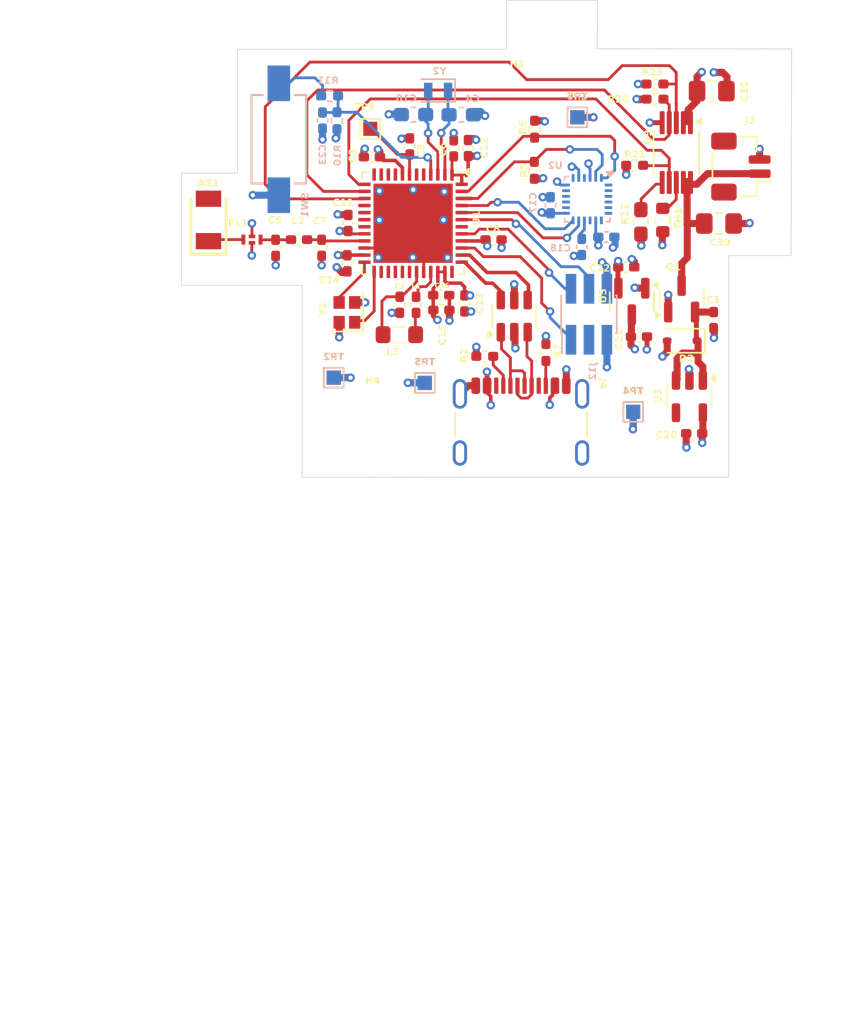
<source format=kicad_pcb>
(kicad_pcb (version 20241229) (generator "pcbnew") (generator_version "9.0")
  (layers (0 "F.Cu" signal) (4 "In1.Cu" jumper) (6 "In2.Cu" jumper) (8 "In3.Cu" signal) (10 "In4.Cu" signal) (2 "B.Cu" signal) (13 "F.Paste" user) (15 "B.Paste" user) (5 "F.SilkS" user "F.Silkscreen") (7 "B.SilkS" user "B.Silkscreen") (1 "F.Mask" user) (3 "B.Mask" user) (25 "Edge.Cuts" user))
  (net 0 "")
  (net 3 "Net-(U1-PH3)")
  (net 4 "Net-(U2-REGOUT)")
  (net 6 "+1.8V")
  (net 20 "Net-(AE1-A)")
  (net 21 "GND")
  (net 22 "Net-(L1-Pad1)")
  (net 23 "+3.3V")
  (net 24 "Net-(U1-PC14)")
  (net 25 "Net-(FL1-IN)")
  (net 26 "Net-(U1-RF1)")
  (net 27 "SWD_NRST")
  (net 28 "Net-(U1-PC15)")
  (net 29 "Net-(U1-VLXSMPS)")
  (net 30 "Net-(U1-VFBSMPS)")
  (net 32 "SCL")
  (net 33 "SDA")
  (net 34 "PA12")
  (net 35 "PA15")
  (net 36 "PA8")
  (net 37 "PA11")
  (net 38 "PB0")
  (net 39 "ADC_IN_7")
  (net 40 "ADC_IN_8")
  (net 41 "ADC_IN_6")
  (net 42 "PB1")
  (net 43 "Net-(U1-OSC_OUT)")
  (net 44 "JTMS-SWDIO")
  (net 45 "SWD_SWO")
  (net 46 "ADC_IN_9")
  (net 47 "JTCK-SWCLK")
  (net 48 "Temper")
  (net 49 "PA10")
  (net 50 "Net-(U1-OSC_IN)")
  (net 51 "PB2")
  (net 52 "ADC1_IN11")
  (net 53 "PB9")
  (net 54 "ADC1_IN10")
  (net 55 "PA9")
  (net 56 "PB8")
  (net 58 "VBUS")
  (net 59 "Net-(J4-D+-PadA6)")
  (net 60 "Net-(J4-CC1)")
  (net 63 "Net-(J4-D--PadA7)")
  (net 64 "Net-(J4-CC2)")
  (net 65 "Net-(J3-Pin_1)")
  (net 66 "Vsup")
  (net 67 "Net-(U9-PROG)")
  (net 68 "Net-(U9-THERM)")
  (net 73 "Net-(R11-Pad1)")
  (footprint "Capacitor_SMD:C_0402_1005Metric_Pad0.74x0.62mm_HandSolder" (layer "F.Cu") (at 147.5675 86.11831)
    (property "Reference" "C8")
    (property "Value" "0.1uF" (hide yes))
  )
  (footprint "Resistor_SMD:R_0402_1005Metric_Pad0.72x0.64mm_HandSolder" (layer "F.Cu") (at 150.47 78.32 -90)
    (property "Reference" "R6")
    (property "Value" "4.7k")
  )
  (footprint "Package_TO_SOT_SMD:SOT-23" (layer "F.Cu") (at 160.8615 90.2935 90)
    (property "Reference" "Q1")
    (property "Value" "IRLML5203")
  )
  (footprint "Capacitor_SMD:C_0402_1005Metric_Pad0.74x0.62mm_HandSolder" (layer "F.Cu") (at 138.9675 80.29 180)
    (property "Reference" "C3")
    (property "Value" "0.1uF" (hide yes))
  )
  (footprint "Resistor_SMD:R_0402_1005Metric_Pad0.72x0.64mm_HandSolder" (layer "F.Cu") (at 146.9475 94.36 180)
    (property "Reference" "R2")
    (property "Value" "5.1K")
  )
  (footprint "Capacitor_SMD:C_0402_1005Metric_Pad0.74x0.62mm_HandSolder" (layer "F.Cu") (at 142.09 90.7225 90)
    (property "Reference" "L1")
    (property "Value" "10nH" (hide yes))
  )
  (footprint "Capacitor_SMD:C_0402_1005Metric_Pad0.74x0.62mm_HandSolder" (layer "F.Cu") (at 161.7515 99.805 180)
    (property "Reference" "C20")
    (property "Value" "1uF")
  )
  (footprint "Capacitor_SMD:C_0402_1005Metric_Pad0.74x0.62mm_HandSolder" (layer "F.Cu") (at 135.4175 86.694986 90)
    (property "Reference" "C7")
    (property "Value" "0.3pF" (hide yes))
  )
  (footprint "Capacitor_SMD:C_0805_2012Metric_Pad1.18x1.45mm_HandSolder" (layer "F.Cu") (at 162.99 75.63)
    (property "Reference" "C30")
    (property "Value" "4.7uF" (hide yes))
  )
  (footprint "Diode_SMD:D_SOD-323" (layer "F.Cu") (at 160.89 93.26 180)
    (property "Reference" "D2")
    (property "Value" "D")
  )
  (footprint "Capacitor_SMD:C_0402_1005Metric_Pad0.74x0.62mm_HandSolder" (layer "F.Cu") (at 157.8475 92.97)
    (property "Reference" "C21")
    (property "Value" "1uF")
  )
  (footprint "Resistor_SMD:R_0603_1608Metric" (layer "F.Cu") (at 159.53 84.735 -90)
    (property "Reference" "TH1")
    (property "Value" "Thermistor")
  )
  (footprint "Package_TO_SOT_SMD:SOT-23-6" (layer "F.Cu") (at 149.03 91.52 90)
    (property "Reference" "U4" (hide yes))
    (property "Value" "USBLC6-2SC6" (hide yes))
  )
  (footprint "ALL_FOOTRPINTS:DLF-4_1P6X0P8" (layer "F.Cu") (at 130.49375 86.1161 180)
    (property "Reference" "FL1")
    (property "Value" "DLF162500LT-5028A1" (hide yes))
  )
  (footprint "Capacitor_SMD:C_0402_1005Metric_Pad0.74x0.62mm_HandSolder" (layer "F.Cu") (at 145.5196 90.6286 -90)
    (property "Reference" "C13")
    (property "Value" "0.1uF" (hide yes))
  )
  (footprint "TestPoint:TestPoint_Pad_1.0x1.0mm" (layer "F.Cu") (at 157.44 98.28)
    (property "Reference" "TP8")
    (property "Value" "TestPoint")
  )
  (footprint "Capacitor_SMD:C_0402_1005Metric_Pad0.74x0.62mm_HandSolder" (layer "F.Cu") (at 132.16375 86.6975 90)
    (property "Reference" "C5")
    (property "Value" "0.8pF" (hide yes))
  )
  (footprint "TestPoint:TestPoint_Pad_1.0x1.0mm" (layer "F.Cu") (at 136.27 95.86)
    (property "Reference" "TP7")
    (property "Value" "TestPoint")
  )
  (footprint "ALL_FOOTRPINTS:ANTC3216X140N" (layer "F.Cu") (at 127.42 84.73 90)
    (property "Reference" "AE1")
    (property "Value" "Antenna")
  )
  (footprint "Package_TO_SOT_SMD:SOT-23" (layer "F.Cu") (at 157.341 90.48625 -90)
    (property "Reference" "U5")
    (property "Value" "MCP1700x-180xxTT")
  )
  (footprint "Capacitor_SMD:C_0402_1005Metric_Pad0.74x0.62mm_HandSolder" (layer "F.Cu") (at 133.82125 86.12)
    (property "Reference" "L2")
    (property "Value" "2.7nH" (hide yes))
  )
  (footprint "Capacitor_SMD:C_0805_2012Metric_Pad1.18x1.45mm_HandSolder" (layer "F.Cu") (at 163.49875 84.98)
    (property "Reference" "C39")
    (property "Value" "4.7uF")
  )
  (footprint "Capacitor_SMD:C_0402_1005Metric_Pad0.74x0.62mm_HandSolder" (layer "F.Cu") (at 141.6496 79.5336 90)
    (property "Reference" "C9")
    (property "Value" "0.1uF" (hide yes))
  )
  (footprint "Capacitor_SMD:C_0402_1005Metric_Pad0.74x0.62mm_HandSolder" (layer "F.Cu") (at 140.94 90.72 90)
    (property "Reference" "C2")
    (property "Value" "4.7uF" (hide yes))
  )
  (footprint "Resistor_SMD:R_0402_1005Metric_Pad0.72x0.64mm_HandSolder" (layer "F.Cu") (at 158.9775 76.195)
    (property "Reference" "R20")
    (property "Value" "4,7k")
  )
  (footprint "Capacitor_SMD:C_0402_1005Metric_Pad0.74x0.62mm_HandSolder" (layer "F.Cu") (at 137.2271 87.7911 -90)
    (property "Reference" "C14")
    (property "Value" "0.1uF" (hide yes))
  )
  (footprint "Capacitor_SMD:C_0402_1005Metric_Pad0.74x0.62mm_HandSolder" (layer "F.Cu") (at 137.29355 84.9425 90)
    (property "Reference" "C11")
    (property "Value" "0.1uF" (hide yes))
  )
  (footprint "MountingHole:MountingHole_2.2mm_M2" (layer "F.Cu") (at 139.02 99.31)
    (property "Reference" "H4")
    (property "Value" "MountingHole")
  )
  (footprint "Package_DFN_QFN:QFN-48-1EP_7x7mm_P0.5mm_EP5.6x5.6mm" (layer "F.Cu") (at 141.8796 84.9611 -90)
    (property "Reference" "U1")
    (property "Value" "STM32WB55CCU6" (hide yes))
  )
  (footprint "MountingHole:MountingHole_2.2mm_M2" (layer "F.Cu") (at 152 71.95)
    (property "Reference" "H1")
    (property "Value" "MountingHole")
  )
  (footprint "Capacitor_SMD:C_0402_1005Metric_Pad0.74x0.62mm_HandSolder" (layer "F.Cu") (at 145.77 79.6525 90)
    (property "Reference" "C12")
    (property "Value" "0.1uF")
  )
  (footprint "Inductor_SMD:L_0805_2012Metric_Pad1.05x1.20mm_HandSolder" (layer "F.Cu") (at 140.91 92.83)
    (property "Reference" "L3")
    (property "Value" "10uH" (hide yes))
  )
  (footprint "Connector_USB:USB_C_Receptacle_GCT_USB4105-xx-A_16P_TopMnt_Horizontal" (layer "F.Cu") (at 149.51 100.115)
    (property "Reference" "J4")
    (property "Value" "USB_C_Receptacle_USB2.0_16P")
  )
  (footprint "Capacitor_SMD:C_0603_1608Metric_Pad1.08x0.95mm_HandSolder" (layer "F.Cu") (at 157.98 84.8675 -90)
    (property "Reference" "R22")
    (property "Value" "4,7k")
  )
  (footprint "TestPoint:TestPoint_Pad_1.0x1.0mm" (layer "F.Cu") (at 142.71 96.24)
    (property "Reference" "TP1")
    (property "Value" "TestPoint")
  )
  (footprint "Crystal:Crystal_SMD_2016-4Pin_2.0x1.6mm" (layer "F.Cu") (at 137.2025 91.25625 90)
    (property "Reference" "Y1")
    (property "Value" "32Mhz" (hide yes))
  )
  (footprint "Capacitor_SMD:C_0402_1005Metric_Pad0.74x0.62mm_HandSolder" (layer "F.Cu") (at 163.1225 91.8025 -90)
    (property "Reference" "C1")
    (property "Value" "1uF")
  )
  (footprint "Resistor_SMD:R_0402_1005Metric_Pad0.72x0.64mm_HandSolder" (layer "F.Cu") (at 157.54 80.87)
    (property "Reference" "R21")
    (property "Value" "R")
  )
  (footprint "Connector_JST:JST_SH_BM02B-SRSS-TB_1x02-1MP_P1.00mm_Vertical" (layer "F.Cu") (at 165.05 80.96 90)
    (property "Reference" "J3")
    (property "Value" "Conn_01x02_Pin")
  )
  (footprint "Capacitor_SMD:C_0402_1005Metric_Pad0.74x0.62mm_HandSolder" (layer "F.Cu") (at 143.8696 90.0411)
    (property "Reference" "C16")
    (property "Value" "0.1uF")
  )
  (footprint "Capacitor_SMD:C_0402_1005Metric_Pad0.74x0.62mm_HandSolder" (layer "F.Cu") (at 144.7521 79.6736 90)
    (property "Reference" "C6")
    (property "Value" "0.1uF" (hide yes))
  )
  (footprint "Capacitor_SMD:C_0402_1005Metric_Pad0.74x0.62mm_HandSolder" (layer "F.Cu") (at 156.946 88.0575)
    (property "Reference" "C22")
    (property "Value" "1uF" (hide yes))
  )
  (footprint "Resistor_SMD:R_0402_1005Metric_Pad0.72x0.64mm_HandSolder" (layer "F.Cu") (at 158.975 75.13)
    (property "Reference" "R23")
    (property "Value" "4,7k")
  )
  (footprint "TestPoint:TestPoint_Pad_1.0x1.0mm" (layer "F.Cu") (at 138.86 78.29)
    (property "Reference" "TP9")
    (property "Value" "TestPoint")
  )
  (footprint "Resistor_SMD:R_0402_1005Metric_Pad0.72x0.64mm_HandSolder" (layer "F.Cu") (at 150.45 81.2225 90)
    (property "Reference" "R5")
    (property "Value" "4.7k" (hide yes))
  )
  (footprint "Package_TO_SOT_SMD:SOT-23-5" (layer "F.Cu") (at 161.4125 97.2025 -90)
    (property "Reference" "U3")
    (property "Value" "MCP1802T-3302I/OT" (hide yes))
  )
  (footprint "Resistor_SMD:R_0402_1005Metric_Pad0.72x0.64mm_HandSolder" (layer "F.Cu") (at 151.27 94.09 90)
    (property "Reference" "R7")
    (property "Value" "5.1k")
  )
  (footprint "TestPoint:TestPoint_Pad_1.0x1.0mm" (layer "F.Cu") (at 153.49 77.48)
    (property "Reference" "TP3")
    (property "Value" "TestPoint")
  )
  (footprint "Package_SO:MSOP-10_3x3mm_P0.5mm" (layer "F.Cu") (at 160.485 79.97125 -90)
    (property "Reference" "U9")
    (property "Value" "MCP73833-xxx-UN")
  )
  (footprint "Capacitor_SMD:C_0402_1005Metric_Pad0.74x0.62mm_HandSolder" (layer "F.Cu") (at 143.8796 91.0911)
    (property "Reference" "C15")
    (property "Value" "4.7uF")
  )
  (footprint "Capacitor_SMD:C_0402_1005Metric_Pad0.74x0.62mm_HandSolder" (layer "B.Cu") (at 155.54 85.93)
    (property "Reference" "C19" (hide yes))
    (property "Value" "0.1uF")
  )
  (footprint "TestPoint:TestPoint_Pad_1.0x1.0mm" (layer "B.Cu") (at 136.27 95.87 180)
    (property "Reference" "TP2")
    (property "Value" "TestPoint")
  )
  (footprint "Resistor_SMD:R_0402_1005Metric_Pad0.72x0.64mm_HandSolder" (layer "B.Cu") (at 136.5 77.72 90)
    (property "Reference" "R10")
    (property "Value" "5.1k")
  )
  (footprint "Connector_PinSocket_1.27mm:PinSocket_2x03_P1.27mm_Vertical_SMD" (layer "B.Cu") (at 154.31 91.39 -90)
    (property "Reference" "J12")
    (property "Value" "Conn_01x06_Pin")
  )
  (footprint "ALL_FOOTRPINTS:RS-282G05A3-SM RT_CNK-M" (layer "B.Cu") (at 132.39 79.03 -90)
    (property "Reference" "SW1")
    (property "Value" "RS-282G05A3-SM RT")
  )
  (footprint "Crystal:Crystal_SMD_2012-2Pin_2.0x1.2mm" (layer "B.Cu") (at 143.65 75.5875 180)
    (property "Reference" "Y2")
    (property "Value" "32kHz768" (hide yes))
  )
  (footprint "Capacitor_SMD:C_0402_1005Metric_Pad0.74x0.62mm_HandSolder" (layer "B.Cu") (at 151.59625 83.6875 -90)
    (property "Reference" "C17")
    (property "Value" "0.1uF")
  )
  (footprint "Capacitor_SMD:C_0603_1608Metric_Pad1.08x0.95mm_HandSolder" (layer "B.Cu") (at 141.91 77.2875)
    (property "Reference" "C10")
    (property "Value" "0.8pF" (hide yes))
  )
  (footprint "TestPoint:TestPoint_Pad_1.0x1.0mm" (layer "B.Cu") (at 153.49 77.48 180)
    (property "Reference" "TP6")
    (property "Value" "TestPoint")
  )
  (footprint "Capacitor_SMD:C_0402_1005Metric_Pad0.74x0.62mm_HandSolder" (layer "B.Cu") (at 135.48 77.71 -90)
    (property "Reference" "C23")
    (property "Value" "0.1uF")
  )
  (footprint "Capacitor_SMD:C_0603_1608Metric_Pad1.08x0.95mm_HandSolder" (layer "B.Cu") (at 145.285 77.3 180)
    (property "Reference" "C4")
    (property "Value" "0.3pF" (hide yes))
  )
  (footprint "TestPoint:TestPoint_Pad_1.0x1.0mm" (layer "B.Cu") (at 142.71 96.23 180)
    (property "Reference" "TP5")
    (property "Value" "TestPoint")
  )
  (footprint "Sensor_Motion:InvenSense_QFN-24_3x3mm_P0.4mm" (layer "B.Cu") (at 154.19 83.26 180)
    (property "Reference" "U2")
    (property "Value" "ICM-20948" (hide yes))
  )
  (footprint "TestPoint:TestPoint_Pad_1.0x1.0mm" (layer "B.Cu") (at 157.44 98.28 180)
    (property "Reference" "TP4")
    (property "Value" "TestPoint")
  )
  (footprint "Resistor_SMD:R_0402_1005Metric_Pad0.72x0.64mm_HandSolder" (layer "B.Cu") (at 135.98 75.9675)
    (property "Reference" "R11")
    (property "Value" "200")
  )
  (footprint "Capacitor_SMD:C_0402_1005Metric_Pad0.74x0.62mm_HandSolder" (layer "B.Cu") (at 153.8 86.6375 -90)
    (property "Reference" "C18")
    (property "Value" "0.1uF")
  )
  (gr_line (start 164.19 102.89) (end 164.19 87.25) (stroke (width 0.05)) (layer "Edge.Cuts"))
  (gr_line (start 148.48 69.22) (end 154.91 69.22) (stroke (width 0.05)) (layer "Edge.Cuts"))
  (gr_line (start 125.51 89.35) (end 125.51 81.42) (stroke (width 0.05)) (layer "Edge.Cuts"))
  (gr_line (start 168.64 72.65) (end 154.9 72.64) (stroke (width 0.05)) (layer "Edge.Cuts"))
  (gr_line (start 168.59 87.25) (end 168.64 72.65) (stroke (width 0.05)) (layer "Edge.Cuts"))
  (gr_line (start 134.03 72.68) (end 129.47 72.68) (stroke (width 0.05)) (layer "Edge.Cuts"))
  (gr_line (start 125.51 81.42) (end 129.47 81.42) (stroke (width 0.05)) (layer "Edge.Cuts"))
  (gr_line (start 154.91 69.22) (end 154.9 72.64) (stroke (width 0.05)) (layer "Edge.Cuts"))
  (gr_line (start 134.04 89.35) (end 125.51 89.35) (stroke (width 0.05)) (layer "Edge.Cuts"))
  (gr_line (start 144.16 102.9) (end 155.31 102.89) (stroke (width 0.05)) (layer "Edge.Cuts"))
  (gr_line (start 164.07 102.89) (end 164.19 102.89) (stroke (width 0.05)) (layer "Edge.Cuts"))
  (gr_line (start 164.19 87.25) (end 168.59 87.25) (stroke (width 0.05)) (layer "Edge.Cuts"))
  (gr_line (start 134.04 89.35) (end 134.04 102.909319) (stroke (width 0.05)) (layer "Edge.Cuts"))
  (gr_line (start 155.31 102.89) (end 164.07 102.89) (stroke (width 0.05)) (layer "Edge.Cuts"))
  (gr_line (start 134.03 72.68) (end 148.48 72.68) (stroke (width 0.05)) (layer "Edge.Cuts"))
  (gr_line (start 134.04 102.909319) (end 144.16 102.9) (stroke (width 0.05)) (layer "Edge.Cuts"))
  (gr_line (start 129.47 72.68) (end 129.47 81.42) (stroke (width 0.05)) (layer "Edge.Cuts"))
  (gr_line (start 148.48 72.68) (end 148.48 69.22) (stroke (width 0.05)) (layer "Edge.Cuts"))
  (segment (start 142.91 80.31) (end 143.1296 80.5296) (width 0.2) (layer "F.Cu") (net 3))
  (segment (start 143.1296 80.5296) (end 143.1296 81.5236) (width 0.2) (layer "F.Cu") (net 3))
  (via (at 142.91 80.31) (size 0.6) (drill 0.3) (layers "F.Cu" "B.Cu") (net 3))
  (segment (start 141.09 80.31) (end 142.91 80.31) (width 0.2) (layer "B.Cu") (net 3))
  (segment (start 136.5775 75.9675) (end 136.5775 77.045) (width 0.2) (layer "B.Cu") (net 3))
  (segment (start 135.48 77.1425) (end 136.48 77.1425) (width 0.2) (layer "B.Cu") (net 3))
  (segment (start 136.48 77.1425) (end 136.5 77.1225) (width 0.2) (layer "B.Cu") (net 3))
  (segment (start 142.91 80.31) (end 142.95 80.35) (width 0.2) (layer "B.Cu") (net 3))
  (segment (start 137.9025 77.1225) (end 141.09 80.31) (width 0.2) (layer "B.Cu") (net 3))
  (segment (start 136.5775 77.045) (end 136.5 77.1225) (width 0.2) (layer "B.Cu") (net 3))
  (segment (start 136.5 77.1225) (end 137.9025 77.1225) (width 0.2) (layer "B.Cu") (net 3))
  (segment (start 153.710001 85.689999) (end 153.710001 85.912501) (width 0.2) (layer "B.Cu") (net 4))
  (segment (start 153.8 86.0025) (end 153.710001 85.912501) (width 0.25) (layer "B.Cu") (net 4))
  (segment (start 153.99 85.41) (end 153.710001 85.689999) (width 0.2) (layer "B.Cu") (net 4))
  (segment (start 153.8 86.07) (end 153.8 86.0025) (width 0.25) (layer "B.Cu") (net 4))
  (segment (start 153.99 84.6825) (end 153.99 85.41) (width 0.2) (layer "B.Cu") (net 4))
  (segment (start 153.49 77.48) (end 154.63 77.48) (width 0.5) (layer "F.Cu") (net 6))
  (segment (start 156.3575 88.0785) (end 156.3785 88.0575) (width 0.35) (layer "F.Cu") (net 6))
  (segment (start 156.3785 88.0575) (end 156.3785 87.6315) (width 0.35) (layer "F.Cu") (net 6))
  (segment (start 156.3575 89.54125) (end 156.3575 88.0785) (width 0.35) (layer "F.Cu") (net 6))
  (via (at 154.9725 86.52) (size 0.6) (drill 0.3) (layers "F.Cu" "B.Cu") (net 6))
  (via (at 154.28 80.75) (size 0.6) (drill 0.3) (layers "F.Cu" "B.Cu") (net 6))
  (via (at 156.3785 87.6315) (size 0.6) (drill 0.3) (layers "F.Cu" "B.Cu") (net 6))
  (via (at 154.63 77.48) (size 0.6) (drill 0.3) (layers "F.Cu" "B.Cu") (net 6))
  (segment (start 154.9725 86.52) (end 154.9725 85.93) (width 0.5) (layer "B.Cu") (net 6))
  (segment (start 154.39 81.76) (end 154.39 81.11) (width 0.2) (layer "B.Cu") (net 6))
  (segment (start 154.39 81.11) (end 154.28 81) (width 0.2) (layer "B.Cu") (net 6))
  (segment (start 154.79 84.76) (end 154.79 85.7475) (width 0.2) (layer "B.Cu") (net 6))
  (segment (start 153.49 77.48) (end 154.63 77.48) (width 0.5) (layer "B.Cu") (net 6))
  (segment (start 154.79 85.7475) (end 154.9725 85.93) (width 0.2) (layer "B.Cu") (net 6))
  (segment (start 154.28 81) (end 154.28 80.75) (width 0.2) (layer "B.Cu") (net 6))
  (segment (start 127.4039 86.2139) (end 127.42 86.23) (width 0.2) (layer "F.Cu") (net 20))
  (segment (start 129.88415 86.1161) (end 127.3861 86.1161) (width 0.2) (layer "F.Cu") (net 20))
  (segment (start 140.94 91.2875) (end 140.3725 91.2875) (width 0.5) (layer "F.Cu") (net 21))
  (segment (start 145.5196 91.1961) (end 145.98 91.1961) (width 0.5) (layer "F.Cu") (net 21))
  (segment (start 144.4471 90.0511) (end 144.4371 90.0411) (width 0.2) (layer "F.Cu") (net 21))
  (segment (start 152.715 95.285) (end 152.71 95.29) (width 0.2) (layer "F.Cu") (net 21))
  (segment (start 157.34 87.5) (end 157.339998 87.499999) (width 0.2) (layer "F.Cu") (net 21))
  (segment (start 158 85.765) (end 158 86.53) (width 0.5) (layer "F.Cu") (net 21))
  (segment (start 164.0675 74.6175) (end 163.755746 74.305746) (width 0.5) (layer "F.Cu") (net 21))
  (segment (start 166.375 79.725) (end 166.37 79.72) (width 0.2) (layer "F.Cu") (net 21))
  (segment (start 135.42 87.93) (end 135.41 87.92) (width 0.25) (layer "F.Cu") (net 21))
  (segment (start 164.0275 75.63) (end 164.0675 75.59) (width 0.2) (layer "F.Cu") (net 21))
  (segment (start 164.0675 75.59) (end 164.0675 74.6175) (width 0.5) (layer "F.Cu") (net 21))
  (segment (start 137.7525 90.55625) (end 138.55375 90.55625) (width 0.5) (layer "F.Cu") (net 21))
  (segment (start 130.49375 84.97) (end 130.49125 84.9675) (width 0.2) (layer "F.Cu") (net 21))
  (segment (start 151.25 92.95) (end 151.27 92.93) (width 0.5) (layer "F.Cu") (net 21))
  (segment (start 165.63 84.98) (end 165.66 84.95) (width 0.5) (layer "F.Cu") (net 21))
  (segment (start 138.4 80.29) (end 138.4 79.76875) (width 0.5) (layer "F.Cu") (net 21))
  (segment (start 166.375 80.46) (end 166.375 79.725) (width 0.5) (layer "F.Cu") (net 21))
  (segment (start 136.66 91.96375) (end 136.6525 91.95625) (width 0.5) (layer "F.Cu") (net 21))
  (segment (start 163.1725 93.0275) (end 163.1725 92.37) (width 0.5) (layer "F.Cu") (net 21))
  (segment (start 144.7521 78.5921) (end 144.7521 79.1061) (width 0.5) (layer "F.Cu") (net 21))
  (segment (start 137.31355 84.355) (end 136.56855 84.355) (width 0.5) (layer "F.Cu") (net 21))
  (segment (start 158 86.53) (end 158.01 86.54) (width 0.5) (layer "F.Cu") (net 21))
  (segment (start 158.415 93.865) (end 158.4 93.88) (width 0.35) (layer "F.Cu") (net 21))
  (segment (start 161.184 99.805) (end 161.184 100.784) (width 0.5) (layer "F.Cu") (net 21))
  (segment (start 158.10125 89.54) (end 157.51 89.54) (width 0.5) (layer "F.Cu") (net 21))
  (segment (start 161.3825 95.262999) (end 161.3825 96.035) (width 0.5) (layer "F.Cu") (net 21))
  (segment (start 159.4975 86.51) (end 159.4975 85.5925) (width 0.5) (layer "F.Cu") (net 21))
  (segment (start 159.4975 85.5925) (end 159.53 85.56) (width 0.2) (layer "F.Cu") (net 21))
  (segment (start 136.27 95.86) (end 137.45 95.86) (width 0.5) (layer "F.Cu") (net 21))
  (segment (start 151.25 93.4925) (end 151.25 92.95) (width 0.5) (layer "F.Cu") (net 21))
  (segment (start 157.5135 88.0575) (end 157.5135 87.673501) (width 0.5) (layer "F.Cu") (net 21))
  (segment (start 161.184 100.784) (end 161.2 100.8) (width 0.2) (layer "F.Cu") (net 21))
  (segment (start 130.48125 87.2375) (end 130.48125 86.3572) (width 0.2) (layer "F.Cu") (net 21))
  (segment (start 138.55375 90.55625) (end 138.553749 90.556251) (width 0.25) (layer "F.Cu") (net 21))
  (segment (start 146.31 96.435) (end 145.765 96.435) (width 0.5) (layer "F.Cu") (net 21))
  (segment (start 145.77 79.029) (end 145.81 78.989) (width 0.5) (layer "F.Cu") (net 21))
  (segment (start 141.6496 78.9661) (end 141.126098 78.9661) (width 0.5) (layer "F.Cu") (net 21))
  (segment (start 161.3925 96.075) (end 161.4025 96.085) (width 0.2) (layer "F.Cu") (net 21))
  (segment (start 139.5571 86.7111) (end 138.4421 86.7111) (width 0.2) (layer "F.Cu") (net 21))
  (segment (start 148.135 86.69331) (end 148.135 86.11831) (width 0.5) (layer "F.Cu") (net 21))
  (segment (start 138.553749 90.556251) (end 138.4796 90.556251) (width 0.25) (layer "F.Cu") (net 21))
  (segment (start 130.49375 85.8875) (end 130.49375 84.97) (width 0.2) (layer "F.Cu") (net 21))
  (segment (start 136.85 88.44) (end 136.48 88.07) (width 0.5) (layer "F.Cu") (net 21))
  (segment (start 141.9871 86.7011) (end 142.6296 87.3436) (width 0.2) (layer "F.Cu") (net 21))
  (segment (start 137.1457 88.44) (end 137.2271 88.3586) (width 0.25) (layer "F.Cu") (net 21))
  (segment (start 130.48125 86.3572) (end 130.49375 86.3447) (width 0.2) (layer "F.Cu") (net 21))
  (segment (start 144.4471 91.8411) (end 144.4471 91.0911) (width 0.5) (layer "F.Cu") (net 21))
  (segment (start 138.4 79.76875) (end 138.465 79.70375) (width 0.5) (layer "F.Cu") (net 21))
  (segment (start 149.08 93.76) (end 149.08 92.46) (width 0.5) (layer "F.Cu") (net 21))
  (segment (start 157.5135 87.673501) (end 157.339998 87.499999) (width 0.5) (layer "F.Cu") (net 21))
  (segment (start 159.485 77.85875) (end 158.61 77.85875) (width 0.35) (layer "F.Cu") (net 21))
  (segment (start 164.53625 84.98) (end 165.63 84.98) (width 0.5) (layer "F.Cu") (net 21))
  (segment (start 163.14 93.06) (end 163.1725 93.0275) (width 0.5) (layer "F.Cu") (net 21))
  (segment (start 144.4471 91.0911) (end 144.4471 90.0511) (width 0.25) (layer "F.Cu") (net 21))
  (segment (start 141.109998 78.950002) (end 141.06462 78.99538) (width 0.25) (layer "F.Cu") (net 21))
  (segment (start 145.81 78.989) (end 146.249 78.989) (width 0.5) (layer "F.Cu") (net 21))
  (segment (start 137.1457 88.44) (end 136.85 88.44) (width 0.5) (layer "F.Cu") (net 21))
  (segment (start 146.35 94.36) (end 146.35 93.6975) (width 0.5) (layer "F.Cu") (net 21))
  (segment (start 163.755746 74.305746) (end 163.129613 74.305746) (width 0.5) (layer "F.Cu") (net 21))
  (segment (start 132.17 87.93) (end 132.16375 87.92375) (width 0.2) (layer "F.Cu") (net 21))
  (segment (start 139.5571 85.0111) (end 139.5571 86.7111) (width 0.2) (layer "F.Cu") (net 21))
  (segment (start 142.6296 87.3436) (end 142.6296 88.3986) (width 0.2) (layer "F.Cu") (net 21))
  (segment (start 135.41 87.92) (end 135.41 87.278736) (width 0.25) (layer "F.Cu") (net 21))
  (segment (start 137.31355 84.355) (end 137.29355 84.375) (width 0.2) (layer "F.Cu") (net 21))
  (segment (start 141.126098 78.9661) (end 141.109998 78.95) (width 0.5) (layer "F.Cu") (net 21))
  (segment (start 141.109998 78.95) (end 141.109998 78.950002) (width 0.25) (layer "F.Cu") (net 21))
  (segment (start 137.45 95.86) (end 137.46 95.87) (width 0.2) (layer "F.Cu") (net 21))
  (segment (start 149.11 93.79) (end 149.08 93.76) (width 0.5) (layer "F.Cu") (net 21))
  (segment (start 145.765 96.435) (end 145.19 97.01) (width 0.5) (layer "F.Cu") (net 21))
  (segment (start 161.3925 96.075) (end 161.3725 96.055) (width 0.5) (layer "F.Cu") (net 21))
  (segment (start 146.249 78.989) (end 146.33 79.07) (width 0.5) (layer "F.Cu") (net 21))
  (segment (start 132.16375 87.92375) (end 132.16375 87.265) (width 0.2) (layer "F.Cu") (net 21))
  (segment (start 136.66 93.01625) (end 136.66 91.96375) (width 0.5) (layer "F.Cu") (net 21))
  (segment (start 152.71 96.435) (end 152.71 95.29) (width 0.5) (layer "F.Cu") (net 21))
  (segment (start 158.18 89.61875) (end 158.10125 89.54) (width 0.5) (layer "F.Cu") (net 21))
  (segment (start 158.415 92.97) (end 158.415 93.865) (width 0.35) (layer "F.Cu") (net 21))
  (segment (start 144.75 78.59) (end 144.7521 78.5921) (width 0.5) (layer "F.Cu") (net 21))
  (via (at 136.48 88.07) (size 0.6) (drill 0.3) (layers "F.Cu" "B.Cu") (net 21))
  (via (at 144.03 84.73) (size 0.6) (drill 0.3) (layers "F.Cu" "B.Cu") (net 21))
  (via (at 136.417667 78.9575) (size 0.6) (drill 0.3) (layers "F.Cu" "B.Cu") (net 21))
  (via (at 145.98 91.1961) (size 0.6) (drill 0.3) (layers "F.Cu" "B.Cu") (net 21))
  (via (at 139.42 87.38) (size 0.6) (drill 0.3) (layers "F.Cu" "B.Cu") (net 21))
  (via (at 132.17 87.93) (size 0.6) (drill 0.3) (layers "F.Cu" "B.Cu") (net 21))
  (via (at 135.42 87.93) (size 0.6) (drill 0.3) (layers "F.Cu" "B.Cu") (net 21))
  (via (at 161.2 100.8) (size 0.6) (drill 0.3) (layers "F.Cu" "B.Cu") (net 21))
  (via (at 166.37 79.72) (size 0.6) (drill 0.3) (layers "F.Cu" "B.Cu") (net 21))
  (via (at 135.48 79.0475) (size 0.6) (drill 0.3) (layers "F.Cu" "B.Cu") (net 21))
  (via (at 157.5435 89.5165) (size 0.6) (drill 0.3) (layers "F.Cu" "B.Cu") (net 21))
  (via (at 144.75 78.59) (size 0.6) (drill 0.3) (layers "F.Cu" "B.Cu") (net 21))
  (via (at 155.58 95.12) (size 0.6) (drill 0.3) (layers "F.Cu" "B.Cu") (net 21))
  (via (at 151.27 92.93) (size 0.6) (drill 0.3) (layers "F.Cu" "B.Cu") (net 21))
  (via (at 140.16 77.2675) (size 0.6) (drill 0.3) (layers "F.Cu" "B.Cu") (net 21))
  (via (at 156.01 86.68) (size 0.6) (drill 0.3) (layers "F.Cu" "B.Cu") (net 21))
  (via (at 130.49125 84.9675) (size 0.6) (drill 0.3) (layers "F.Cu" "B.Cu") (net 21))
  (via (at 152.06 82.02) (size 0.6) (drill 0.3) (layers "F.Cu" "B.Cu") (net 21))
  (via (at 136.54605 84.3325) (size 0.6) (drill 0.3) (layers "F.Cu" "B.Cu") (net 21))
  (via (at 153.24 87.27) (size 0.6) (drill 0.3) (layers "F.Cu" "B.Cu") (net 21))
  (via (at 159.4975 86.51) (size 0.6) (drill 0.3) (layers "F.Cu" "B.Cu") (net 21))
  (via (at 137.46 95.87) (size 0.6) (drill 0.3) (layers "F.Cu" "B.Cu") (net 21))
  (via (at 139.5 84.74) (size 0.6) (drill 0.3) (layers "F.Cu" "B.Cu") (net 21))
  (via (at 138.465 79.70375) (size 0.6) (drill 0.3) (layers "F.Cu" "B.Cu") (net 21))
  (via (at 136.66 93.01625) (size 0.6) (drill 0.3) (layers "F.Cu" "B.Cu") (net 21))
  (via (at 152.715 95.285) (size 0.6) (drill 0.3) (layers "F.Cu" "B.Cu") (net 21))
  (via (at 138.4796 90.556251) (size 0.6) (drill 0.3) (layers "F.Cu" "B.Cu") (net 21))
  (via (at 151.04 83.12) (size 0.6) (drill 0.3) (layers "F.Cu" "B.Cu") (net 21))
  (via (at 165.66 84.95) (size 0.6) (drill 0.3) (layers "F.Cu" "B.Cu") (net 21))
  (via (at 163.14 93.06) (size 0.6) (drill 0.3) (layers "F.Cu" "B.Cu") (net 21))
  (via (at 139.5 82.68) (size 0.6) (drill 0.3) (layers "F.Cu" "B.Cu") (net 21))
  (via (at 158.4 93.88) (size 0.6) (drill 0.3) (layers "F.Cu" "B.Cu") (net 21))
  (via (at 157.34 87.5) (size 0.6) (drill 0.3) (layers "F.Cu" "B.Cu") (net 21))
  (via (at 158.61 77.85875) (size 0.6) (drill 0.3) (layers "F.Cu" "B.Cu") (net 21))
  (via (at 141.06462 78.99538) (size 0.6) (drill 0.3) (layers "F.Cu" "B.Cu") (net 21))
  (via (at 161.3825 95.262999) (size 0.6) (drill 0.3) (layers "F.Cu" "B.Cu") (net 21))
  (via (at 158.01 86.54) (size 0.6) (drill 0.3) (layers "F.Cu" "B.Cu") (net 21))
  (via (at 148.135001 86.693309) (size 0.6) (drill 0.3) (layers "F.Cu" "B.Cu") (net 21))
  (via (at 141.87 87.37) (size 0.6) (drill 0.3) (layers "F.Cu" "B.Cu") (net 21))
  (via (at 130.48125 87.2375) (size 0.6) (drill 0.3) (layers "F.Cu" "B.Cu") (net 21))
  (via (at 144.4471 91.8411) (size 0.6) (drill 0.3) (layers "F.Cu" "B.Cu") (net 21))
  (via (at 163.129613 74.305746) (size 0.6) (drill 0.3) (layers "F.Cu" "B.Cu") (net 21))
  (via (at 149.11 93.79) (size 0.6) (drill 0.3) (layers "F.Cu" "B.Cu") (net 21))
  (via (at 140.3725 91.2875) (size 0.6) (drill 0.3) (layers "F.Cu" "B.Cu") (net 21))
  (via (at 146.33 79.07) (size 0.6) (drill 0.3) (layers "F.Cu" "B.Cu") (net 21))
  (via (at 146.961787 77.375713) (size 0.6) (drill 0.3) (layers "F.Cu" "B.Cu") (net 21))
  (via (at 146.35 93.697498) (size 0.6) (drill 0.3) (layers "F.Cu" "B.Cu") (net 21))
  (via (at 153.1 80.97) (size 0.6) (drill 0.3) (layers "F.Cu" "B.Cu") (net 21))
  (via (at 144.09 82.73) (size 0.6) (drill 0.3) (layers "F.Cu" "B.Cu") (net 21))
  (via (at 144.32 87.39) (size 0.6) (drill 0.3) (layers "F.Cu" "B.Cu") (net 21))
  (via (at 141.89 82.59) (size 0.6) (drill 0.3) (layers "F.Cu" "B.Cu") (net 21))
  (segment (start 136.5 78.9475) (end 136.49 78.9575) (width 0.2) (layer "B.Cu") (net 21))
  (segment (start 141.02 77.26) (end 140.1675 77.26) (width 0.5) (layer "B.Cu") (net 21))
  (segment (start 146.653574 77.0675) (end 146.961787 77.375713) (width 0.5) (layer "B.Cu") (net 21))
  (segment (start 135.48 79.0475) (end 135.48 79.0575) (width 0.5) (layer "B.Cu") (net 21))
  (segment (start 153.59 81.76) (end 153.59 81.2) (width 0.2) (layer "B.Cu") (net 21))
  (segment (start 153.36 80.97) (end 153.1 80.97) (width 0.2) (layer "B.Cu") (net 21))
  (segment (start 156.16 86.53) (end 156.01 86.68) (width 0.5) (layer "B.Cu") (net 21))
  (segment (start 146.2 77.0675) (end 146.653574 77.0675) (width 0.5) (layer "B.Cu") (net 21))
  (segment (start 156.16 85.8925) (end 156.16 86.53) (width 0.5) (layer "B.Cu") (net 21))
  (segment (start 155.58 93.19) (end 155.58 95.12) (width 0.5) (layer "B.Cu") (net 21))
  (segment (start 140.1675 77.26) (end 140.16 77.2675) (width 0.5) (layer "B.Cu") (net 21))
  (segment (start 136.27 95.87) (end 137.46 95.87) (width 0.5) (layer "B.Cu") (net 21))
  (segment (start 136.49 78.9575) (end 136.417667 78.9575) (width 0.2) (layer "B.Cu") (net 21))
  (segment (start 152.69 82.26) (end 152.3 82.26) (width 0.2) (layer "B.Cu") (net 21))
  (segment (start 152.3 82.26) (end 152.06 82.02) (width 0.2) (layer "B.Cu") (net 21))
  (segment (start 153.59 81.2) (end 153.36 80.97) (width 0.2) (layer "B.Cu") (net 21))
  (segment (start 156.1525 85.885) (end 156.16 85.8925) (width 0.5) (layer "B.Cu") (net 21))
  (segment (start 151.59625 83.12) (end 151.04 83.12) (width 0.5) (layer "B.Cu") (net 21))
  (segment (start 135.48 78.2775) (end 135.48 79.0475) (width 0.5) (layer "B.Cu") (net 21))
  (segment (start 136.5 78.3175) (end 136.5 78.9475) (width 0.5) (layer "B.Cu") (net 21))
  (segment (start 153.24 87.27) (end 153.6775 87.27) (width 0.5) (layer "B.Cu") (net 21))
  (segment (start 141.02 77.26) (end 141.0475 77.2875) (width 0.2) (layer "B.Cu") (net 21))
  (segment (start 142.04 91.34) (end 142.09 91.29) (width 0.2) (layer "F.Cu") (net 22))
  (segment (start 142.04 92.94) (end 142.04 91.34) (width 0.2) (layer "F.Cu") (net 22))
  (segment (start 137.2271 87.2236) (end 137.2396 87.2111) (width 0.25) (layer "F.Cu") (net 23))
  (segment (start 157.28 92.97) (end 157.28 93.58) (width 0.5) (layer "F.Cu") (net 23))
  (segment (start 138.4421 85.7111) (end 137.2396 85.7111) (width 0.2) (layer "F.Cu") (net 23))
  (segment (start 145.3171 82.2111) (end 145.3171 81.59) (width 0.25) (layer "F.Cu") (net 23))
  (segment (start 145.5196 89.4611) (end 145.2496 89.1911) (width 0.25) (layer "F.Cu") (net 23))
  (segment (start 143.3021 91.0811) (end 143.3121 91.0911) (width 0.2) (layer "F.Cu") (net 23))
  (segment (start 143.601812 91.788888) (end 143.3171 91.504177) (width 0.35) (layer "F.Cu") (net 23))
  (segment (start 139.535 79.88424) (end 139.394755 79.743995) (width 0.5) (layer "F.Cu") (net 23))
  (segment (start 144.1296 89.0511) (end 144.2696 89.1911) (width 0.25) (layer "F.Cu") (net 23))
  (segment (start 145.4771 86.210255) (end 146.908053 86.210255) (width 0.25) (layer "F.Cu") (net 23))
  (segment (start 145.77 80.22) (end 146.4 80.22) (width 0.5) (layer "F.Cu") (net 23))
  (segment (start 139.7711 80.5261) (end 139.535 80.29) (width 0.25) (layer "F.Cu") (net 23))
  (segment (start 157.341 91.42375) (end 157.31 91.45475) (width 0.5) (layer "F.Cu") (net 23))
  (segment (start 145.3071 81.56) (end 145.3271 81.58) (width 0.2) (layer "F.Cu") (net 23))
  (segment (start 145.77 81.46) (end 145.65 81.58) (width 0.25) (layer "F.Cu") (net 23))
  (segment (start 141.1296 81.5236) (end 141.1296 81.034946) (width 0.25) (layer "F.Cu") (net 23))
  (segment (start 162.319 99.805) (end 162.319 100.4665) (width 0.5) (layer "F.Cu") (net 23))
  (segment (start 157.31 91.45475) (end 157.31 92.94) (width 0.5) (layer "F.Cu") (net 23))
  (segment (start 147.12 86.54) (end 147.12 86.238312) (width 0.5) (layer "F.Cu") (net 23))
  (segment (start 147.12 86.238312) (end 147.12 86.569719) (width 0.5) (layer "F.Cu") (net 23))
  (segment (start 143.3171 91.504177) (end 143.3171 91.0961) (width 0.35) (layer "F.Cu") (net 23))
  (segment (start 158.3775 75.13) (end 157.78 75.13) (width 0.5) (layer "F.Cu") (net 23))
  (segment (start 141.1296 81.034946) (end 140.620754 80.5261) (width 0.25) (layer "F.Cu") (net 23))
  (segment (start 145.65 81.58) (end 145.3271 81.58) (width 0.25) (layer "F.Cu") (net 23))
  (segment (start 156.9425 80.87) (end 156.942501 81.537499) (width 0.5) (layer "F.Cu") (net 23))
  (segment (start 139.535 80.29) (end 139.535 79.88424) (width 0.5) (layer "F.Cu") (net 23))
  (segment (start 143.3021 89.5761) (end 143.3021 89.9736) (width 0.25) (layer "F.Cu") (net 23))
  (segment (start 141.51 96.23) (end 142.7 96.23) (width 0.5) (layer "F.Cu") (net 23))
  (segment (start 136.5836 87.2236) (end 136.57 87.21) (width 0.25) (layer "F.Cu") (net 23))
  (segment (start 145.5196 90.0611) (end 145.5196 89.4611) (width 0.25) (layer "F.Cu") (net 23))
  (segment (start 144.1296 88.3886) (end 144.1296 89.0511) (width 0.25) (layer "F.Cu") (net 23))
  (segment (start 151.03 81.82) (end 151.07 81.78) (width 0.5) (layer "F.Cu") (net 23))
  (segment (start 137.2396 85.7111) (end 137.1971 85.6686) (width 0.2) (layer "F.Cu") (net 23))
  (segment (start 144.6296 81.5236) (end 144.666 81.56) (width 0.2) (layer "F.Cu") (net 23))
  (segment (start 136.69 85.51) (end 137.29355 85.51) (width 0.5) (layer "F.Cu") (net 23))
  (segment (start 145.2496 89.1911) (end 144.2696 89.1911) (width 0.25) (layer "F.Cu") (net 23))
  (segment (start 162.3625 99.545) (end 162.3625 98.34) (width 0.5) (layer "F.Cu") (net 23))
  (segment (start 143.3171 91.0961) (end 143.3121 91.0911) (width 0.25) (layer "F.Cu") (net 23))
  (segment (start 145.3171 81.59) (end 145.3271 81.58) (width 0.25) (layer "F.Cu") (net 23))
  (segment (start 157.9275 76.235) (end 157.9175 76.245) (width 0.5) (layer "F.Cu") (net 23))
  (segment (start 144.6296 80.3636) (end 144.6296 81.5236) (width 0.2) (layer "F.Cu") (net 23))
  (segment (start 143.3021 89.9736) (end 143.3096 89.9811) (width 0.2) (layer "F.Cu") (net 23))
  (segment (start 151.1425 77.7225) (end 151.19 77.77) (width 0.5) (layer "F.Cu") (net 23))
  (segment (start 142.7 96.23) (end 142.71 96.24) (width 0.5) (layer "F.Cu") (net 23))
  (segment (start 158.38 76.195) (end 157.6775 76.195) (width 0.5) (layer "F.Cu") (net 23))
  (segment (start 144.666 81.56) (end 145.3071 81.56) (width 0.2) (layer "F.Cu") (net 23))
  (segment (start 145.77 80.22) (end 145.77 81.46) (width 0.25) (layer "F.Cu") (net 23))
  (segment (start 147.12 86.569719) (end 147.119999 86.56972) (width 0.5) (layer "F.Cu") (net 23))
  (segment (start 145.5196 90.0611) (end 145.91 90.0611) (width 0.5) (layer "F.Cu") (net 23))
  (segment (start 143.3021 90.0411) (end 143.3021 91.0811) (width 0.25) (layer "F.Cu") (net 23))
  (segment (start 147.12 86.238312) (end 146.999998 86.11831) (width 0.5) (layer "F.Cu") (net 23))
  (segment (start 140.620754 80.5261) (end 139.7711 80.5261) (width 0.25) (layer "F.Cu") (net 23))
  (segment (start 150.45 81.82) (end 151.03 81.82) (width 0.5) (layer "F.Cu") (net 23))
  (segment (start 143.6296 89.2486) (end 143.3021 89.5761) (width 0.25) (layer "F.Cu") (net 23))
  (segment (start 143.6296 88.3986) (end 144.1296 88.3986) (width 0.2) (layer "F.Cu") (net 23))
  (segment (start 137.2396 87.2111) (end 138.4421 87.2111) (width 0.25) (layer "F.Cu") (net 23))
  (segment (start 150.47 77.7225) (end 151.1425 77.7225) (width 0.5) (layer "F.Cu") (net 23))
  (segment (start 143.6296 88.3886) (end 143.6296 89.2486) (width 0.25) (layer "F.Cu") (net 23))
  (segment (start 146.908053 86.210255) (end 146.999998 86.11831) (width 0.25) (layer "F.Cu") (net 23))
  (segment (start 144.7521 80.2411) (end 144.6296 80.3636) (width 0.2) (layer "F.Cu") (net 23))
  (segment (start 157.28 93.58) (end 157.555 93.855) (width 0.5) (layer "F.Cu") (net 23))
  (segment (start 139.5375 80.2875) (end 139.535 80.29) (width 0.25) (layer "F.Cu") (net 23))
  (segment (start 146.4 80.22) (end 146.42 80.2) (width 0.5) (layer "F.Cu") (net 23))
  (segment (start 157.31 92.94) (end 157.28 92.97) (width 0.5) (layer "F.Cu") (net 23))
  (segment (start 139.5375 79.98) (end 139.5375 80.2875) (width 0.25) (layer "F.Cu") (net 23))
  (segment (start 137.2271 87.2236) (end 136.5836 87.2236) (width 0.5) (layer "F.Cu") (net 23))
  (via (at 157.78 75.13) (size 0.6) (drill 0.3) (layers "F.Cu" "B.Cu") (net 23))
  (via (at 141.51 96.23) (size 0.6) (drill 0.3) (layers "F.Cu" "B.Cu") (net 23))
  (via (at 150.97 84.19) (size 0.6) (drill 0.3) (layers "F.Cu" "B.Cu") (net 23))
  (via (at 136.57 87.21) (size 0.6) (drill 0.3) (layers "F.Cu" "B.Cu") (net 23))
  (via (at 151.07 81.78) (size 0.6) (drill 0.3) (layers "F.Cu" "B.Cu") (net 23))
  (via (at 143.601812 91.788888) (size 0.6) (drill 0.3) (layers "F.Cu" "B.Cu") (net 23))
  (via (at 155.24 87.72) (size 0.6) (drill 0.3) (layers "F.Cu" "B.Cu") (net 23))
  (via (at 157.677501 76.194999) (size 0.6) (drill 0.3) (layers "F.Cu" "B.Cu") (net 23))
  (via (at 147.119999 86.56972) (size 0.6) (drill 0.3) (layers "F.Cu" "B.Cu") (net 23))
  (via (at 156.942501 81.537499) (size 0.6) (drill 0.3) (layers "F.Cu" "B.Cu") (net 23))
  (via (at 162.318999 100.466499) (size 0.6) (drill 0.3) (layers "F.Cu" "B.Cu") (net 23))
  (via (at 136.69 85.51) (size 0.6) (drill 0.3) (layers "F.Cu" "B.Cu") (net 23))
  (via (at 157.555 93.855) (size 0.6) (drill 0.3) (layers "F.Cu" "B.Cu") (net 23))
  (via (at 130.551498 82.981498) (size 0.6) (drill 0.3) (layers "F.Cu" "B.Cu") (net 23))
  (via (at 146.42 80.2) (size 0.6) (drill 0.3) (layers "F.Cu" "B.Cu") (net 23))
  (via (at 151.19 77.77) (size 0.6) (drill 0.3) (layers "F.Cu" "B.Cu") (net 23))
  (via (at 145.91 90.0611) (size 0.6) (drill 0.3) (layers "F.Cu" "B.Cu") (net 23))
  (via (at 139.394755 79.743995) (size 0.6) (drill 0.3) (layers "F.Cu" "B.Cu") (net 23))
  (segment (start 155.58 89.59) (end 155.58 88.06) (width 0.5) (layer "B.Cu") (net 23))
  (segment (start 142.71 96.23) (end 141.51 96.23) (width 0.5) (layer "B.Cu") (net 23))
  (segment (start 130.551498 82.981498) (end 130.54 82.97) (width 0.2) (layer "B.Cu") (net 23))
  (segment (start 151.59625 84.255) (end 151.035 84.255) (width 0.5) (layer "B.Cu") (net 23))
  (segment (start 132.39 82.981498) (end 130.551498 82.981498) (width 0.5) (layer "B.Cu") (net 23))
  (segment (start 155.58 88.06) (end 155.24 87.72) (width 0.5) (layer "B.Cu") (net 23))
  (segment (start 152.69 84.26) (end 151.60125 84.26) (width 0.2) (layer "B.Cu") (net 23))
  (segment (start 151.035 84.255) (end 150.97 84.19) (width 0.5) (layer "B.Cu") (net 23))
  (segment (start 151.60125 84.26) (end 151.59625 84.255) (width 0.2) (layer "B.Cu") (net 23))
  (segment (start 144.1296 79.6196) (end 144.1296 81.5236) (width 0.2) (layer "F.Cu") (net 24))
  (segment (start 143.87 79.36) (end 144.1296 79.6196) (width 0.2) (layer "F.Cu") (net 24))
  (segment (start 143.87 78.59) (end 143.87 79.36) (width 0.2) (layer "F.Cu") (net 24))
  (via (at 143.87 78.59) (size 0.6) (drill 0.3) (layers "F.Cu" "B.Cu") (net 24))
  (segment (start 143.87 78.5) (end 143.87 78.59) (width 0.2) (layer "B.Cu") (net 24))
  (segment (start 144.4225 77.9475) (end 143.87 78.5) (width 0.2) (layer "B.Cu") (net 24))
  (segment (start 144.37 77.1275) (end 144.55 77.3075) (width 0.2) (layer "B.Cu") (net 24))
  (segment (start 144.4225 77.3) (end 144.4225 77.9475) (width 0.2) (layer "B.Cu") (net 24))
  (segment (start 144.35 75.5875) (end 144.35 77.2275) (width 0.2) (layer "B.Cu") (net 24))
  (segment (start 144.35 77.2275) (end 144.4225 77.3) (width 0.2) (layer "B.Cu") (net 24))
  (segment (start 143.8725 78.5875) (end 143.87 78.59) (width 0.2) (layer "B.Cu") (net 24))
  (segment (start 132.16375 86.13) (end 131.11625 86.13) (width 0.2) (layer "F.Cu") (net 25))
  (segment (start 132.16375 86.13) (end 133.17125 86.13) (width 0.2) (layer "F.Cu") (net 25))
  (segment (start 131.11625 86.13) (end 131.09375 86.1075) (width 0.2) (layer "F.Cu") (net 25))
  (segment (start 133.17125 86.13) (end 133.20375 86.0975) (width 0.2) (layer "F.Cu") (net 25))
  (segment (start 135.5371 86.2111) (end 138.4421 86.2111) (width 0.2) (layer "F.Cu") (net 26))
  (segment (start 135.41375 86.12) (end 135.41375 86.10375) (width 0.2) (layer "F.Cu") (net 26))
  (segment (start 135.4175 86.1) (end 135.4675 86.15) (width 0.2) (layer "F.Cu") (net 26))
  (segment (start 135.41375 86.10375) (end 135.4175 86.1) (width 0.2) (layer "F.Cu") (net 26))
  (segment (start 135.42625 86.1075) (end 135.41375 86.12) (width 0.2) (layer "F.Cu") (net 26))
  (segment (start 135.46375 86.13) (end 134.41125 86.13) (width 0.2) (layer "F.Cu") (net 26))
  (segment (start 141.6496 80.1011) (end 140.7711 80.1011) (width 0.2) (layer "F.Cu") (net 27))
  (segment (start 140.7711 80.1011) (end 138.96 78.29) (width 0.2) (layer "F.Cu") (net 27))
  (segment (start 141.6296 80.0011) (end 141.6296 81.5236) (width 0.2) (layer "F.Cu") (net 27))
  (segment (start 138.96 78.29) (end 138.86 78.29) (width 0.2) (layer "F.Cu") (net 27))
  (segment (start 142.94375 79.23375) (end 142.94375 78.59625) (width 0.2) (layer "F.Cu") (net 28))
  (segment (start 143.6296 79.9196) (end 142.94375 79.23375) (width 0.2) (layer "F.Cu") (net 28))
  (segment (start 143.6296 81.5236) (end 143.6296 79.9196) (width 0.2) (layer "F.Cu") (net 28))
  (via (at 142.94375 78.59625) (size 0.6) (drill 0.3) (layers "F.Cu" "B.Cu") (net 28))
  (segment (start 142.95 77.11) (end 142.7725 77.2875) (width 0.2) (layer "B.Cu") (net 28))
  (segment (start 142.97 77.22) (end 142.8925 77.2975) (width 0.2) (layer "B.Cu") (net 28))
  (segment (start 142.7725 77.7625) (end 142.94375 77.93375) (width 0.2) (layer "B.Cu") (net 28))
  (segment (start 142.94375 77.93375) (end 142.94375 78.59625) (width 0.2) (layer "B.Cu") (net 28))
  (segment (start 142.7725 77.2875) (end 142.7725 77.7625) (width 0.2) (layer "B.Cu") (net 28))
  (segment (start 142.95 75.5875) (end 142.95 77.11) (width 0.2) (layer "B.Cu") (net 28))
  (segment (start 142.7971 89.4411) (end 142.3871 89.4411) (width 0.2) (layer "F.Cu") (net 29))
  (segment (start 143.1296 88.3886) (end 143.1296 89.1086) (width 0.2) (layer "F.Cu") (net 29))
  (segment (start 142.3871 89.4411) (end 142.23 89.5982) (width 0.2) (layer "F.Cu") (net 29))
  (segment (start 142.23 89.5982) (end 142.23 90.0825) (width 0.2) (layer "F.Cu") (net 29))
  (segment (start 143.1296 89.1086) (end 142.7971 89.4411) (width 0.2) (layer "F.Cu") (net 29))
  (segment (start 142.1296 89.0904) (end 141.09 90.13) (width 0.2) (layer "F.Cu") (net 30))
  (segment (start 139.9975 90.1525) (end 139.68 90.47) (width 0.2) (layer "F.Cu") (net 30))
  (segment (start 142.1296 88.3886) (end 142.1296 89.0904) (width 0.2) (layer "F.Cu") (net 30))
  (segment (start 139.68 92.7) (end 139.81 92.83) (width 0.2) (layer "F.Cu") (net 30))
  (segment (start 140.94 90.1525) (end 139.9975 90.1525) (width 0.2) (layer "F.Cu") (net 30))
  (segment (start 139.68 90.47) (end 139.68 92.7) (width 0.2) (layer "F.Cu") (net 30))
  (segment (start 150.415 80.625) (end 151.29 79.75) (width 0.2) (layer "F.Cu") (net 32))
  (segment (start 149.045 80.625) (end 150.415 80.625) (width 0.2) (layer "F.Cu") (net 32))
  (segment (start 151.29 79.75) (end 152.96 79.75) (width 0.2) (layer "F.Cu") (net 32))
  (segment (start 146.0071 83.2111) (end 146.4589 83.2111) (width 0.2) (layer "F.Cu") (net 32))
  (segment (start 146.0071 83.2111) (end 145.3171 83.2111) (width 0.25) (layer "F.Cu") (net 32))
  (segment (start 146.4589 83.2111) (end 149.045 80.625) (width 0.2) (layer "F.Cu") (net 32))
  (via (at 152.96 79.75) (size 0.6) (drill 0.3) (layers "F.Cu" "B.Cu") (net 32))
  (segment (start 154.792 81.305) (end 155.25 80.847) (width 0.2) (layer "B.Cu") (net 32))
  (segment (start 154.89 79.75) (end 152.96 79.75) (width 0.2) (layer "B.Cu") (net 32))
  (segment (start 155.25 80.847) (end 155.25 80.11) (width 0.2) (layer "B.Cu") (net 32))
  (segment (start 154.79 81.76) (end 154.79 81.31) (width 0.2) (layer "B.Cu") (net 32))
  (segment (start 155.25 80.11) (end 154.89 79.75) (width 0.2) (layer "B.Cu") (net 32))
  (segment (start 145.7789 82.7111) (end 149.67 78.82) (width 0.2) (layer "F.Cu") (net 33))
  (segment (start 149.67 78.82) (end 155.83 78.82) (width 0.2) (layer "F.Cu") (net 33))
  (segment (start 145.3171 82.7111) (end 145.7789 82.7111) (width 0.2) (layer "F.Cu") (net 33))
  (segment (start 155.83 78.82) (end 156.13 79.12) (width 0.2) (layer "F.Cu") (net 33))
  (segment (start 156.13 79.12) (end 156.13 80.24) (width 0.2) (layer "F.Cu") (net 33))
  (via (at 156.13 80.24) (size 0.6) (drill 0.3) (layers "F.Cu" "B.Cu") (net 33))
  (segment (start 155.58 81.76) (end 156.13 81.21) (width 0.2) (layer "B.Cu") (net 33))
  (segment (start 156.13 81.21) (end 156.13 80.24) (width 0.2) (layer "B.Cu") (net 33))
  (segment (start 155.19 81.76) (end 155.58 81.76) (width 0.2) (layer "B.Cu") (net 33))
  (segment (start 149.15 88.44) (end 150.03 89.32) (width 0.25) (layer "F.Cu") (net 34))
  (segment (start 150.03 89.32) (end 150.03 90.3325) (width 0.25) (layer "F.Cu") (net 34))
  (segment (start 150.03 90.3325) (end 149.98 90.3825) (width 0.25) (layer "F.Cu") (net 34))
  (segment (start 145.3171 87.2111) (end 145.8811 87.2111) (width 0.25) (layer "F.Cu") (net 34))
  (segment (start 145.8811 87.2111) (end 147.11 88.44) (width 0.25) (layer "F.Cu") (net 34))
  (segment (start 147.11 88.44) (end 149.15 88.44) (width 0.25) (layer "F.Cu") (net 34))
  (segment (start 148.08 89.77) (end 147.505 89.195) (width 0.25) (layer "F.Cu") (net 37))
  (segment (start 148.13 90.3325) (end 148.08 90.3825) (width 0.25) (layer "F.Cu") (net 37))
  (segment (start 148.08 90.3825) (end 148.08 89.77) (width 0.25) (layer "F.Cu") (net 37))
  (segment (start 145.5211 87.7111) (end 145.3171 87.7111) (width 0.25) (layer "F.Cu") (net 37))
  (segment (start 147.005 89.195) (end 145.5211 87.7111) (width 0.25) (layer "F.Cu") (net 37))
  (segment (start 147.505 89.195) (end 147.005 89.195) (width 0.25) (layer "F.Cu") (net 37))
  (segment (start 147.39 83.48) (end 147.85 83.48) (width 0.2) (layer "F.Cu") (net 39))
  (segment (start 147.1589 83.7111) (end 147.39 83.48) (width 0.2) (layer "F.Cu") (net 39))
  (segment (start 145.3171 83.7111) (end 147.1589 83.7111) (width 0.2) (layer "F.Cu") (net 39))
  (via (at 147.85 83.48) (size 0.6) (drill 0.3) (layers "F.Cu" "B.Cu") (net 39))
  (segment (start 153.19 84.76) (end 152.6 85.35) (width 0.2) (layer "B.Cu") (net 39))
  (segment (start 151.21 85.35) (end 149.34 83.48) (width 0.2) (layer "B.Cu") (net 39))
  (segment (start 152.6 85.35) (end 151.21 85.35) (width 0.2) (layer "B.Cu") (net 39))
  (segment (start 149.34 83.48) (end 147.85 83.48) (width 0.2) (layer "B.Cu") (net 39))
  (segment (start 145.3171 84.2111) (end 149.2711 84.2111) (width 0.2) (layer "F.Cu") (net 40))
  (segment (start 151.055 85.995) (end 152.755 85.995) (width 0.2) (layer "F.Cu") (net 40))
  (segment (start 149.2711 84.2111) (end 151.055 85.995) (width 0.2) (layer "F.Cu") (net 40))
  (via (at 152.755 85.995) (size 0.6) (drill 0.3) (layers "F.Cu" "B.Cu") (net 40))
  (segment (start 152.755 85.975) (end 152.755 85.995) (width 0.2) (layer "B.Cu") (net 40))
  (segment (start 153.59 85.14) (end 152.755 85.975) (width 0.2) (layer "B.Cu") (net 40))
  (segment (start 153.59 84.76) (end 153.59 85.14) (width 0.2) (layer "B.Cu") (net 40))
  (segment (start 136.6525 90.2075) (end 138.4421 88.4179) (width 0.2) (layer "F.Cu") (net 43))
  (segment (start 138.4421 88.4179) (end 138.4421 87.7111) (width 0.2) (layer "F.Cu") (net 43))
  (segment (start 136.6525 90.55625) (end 136.6525 90.2075) (width 0.2) (layer "F.Cu") (net 43))
  (segment (start 146.2311 86.7111) (end 146.84 87.32) (width 0.2) (layer "F.Cu") (net 44))
  (segment (start 145.3171 86.7111) (end 146.2311 86.7111) (width 0.2) (layer "F.Cu") (net 44))
  (segment (start 149.45 87.32) (end 150.97 88.84) (width 0.2) (layer "F.Cu") (net 44))
  (segment (start 146.84 87.32) (end 149.45 87.32) (width 0.2) (layer "F.Cu") (net 44))
  (segment (start 150.97 90.6) (end 151.56 91.19) (width 0.2) (layer "F.Cu") (net 44))
  (segment (start 150.97 88.84) (end 150.97 90.6) (width 0.2) (layer "F.Cu") (net 44))
  (via (at 151.56 91.19) (size 0.6) (drill 0.3) (layers "F.Cu" "B.Cu") (net 44))
  (segment (start 153.04 93.1) (end 151.56 91.62) (width 0.2) (layer "B.Cu") (net 44))
  (segment (start 151.56 91.62) (end 151.56 91.19) (width 0.2) (layer "B.Cu") (net 44))
  (segment (start 153.04 93.19) (end 153.04 93.1) (width 0.2) (layer "B.Cu") (net 44))
  (segment (start 148.8511 84.7111) (end 149.15 85.01) (width 0.2) (layer "F.Cu") (net 45))
  (segment (start 145.3171 84.7111) (end 148.8511 84.7111) (width 0.2) (layer "F.Cu") (net 45))
  (via (at 149.15 85.01) (size 0.6) (drill 0.3) (layers "F.Cu" "B.Cu") (net 45))
  (segment (start 152.34 88.03) (end 149.32 85.01) (width 0.2) (layer "B.Cu") (net 45))
  (segment (start 154.31 89.59) (end 154.31 88.78) (width 0.2) (layer "B.Cu") (net 45))
  (segment (start 149.32 85.01) (end 149.15 85.01) (width 0.2) (layer "B.Cu") (net 45))
  (segment (start 154.31 88.78) (end 153.56 88.03) (width 0.2) (layer "B.Cu") (net 45))
  (segment (start 153.56 88.03) (end 152.34 88.03) (width 0.2) (layer "B.Cu") (net 45))
  (segment (start 159.42 79.81) (end 158.43 79.81) (width 0.2) (layer "F.Cu") (net 46))
  (segment (start 158.43 79.81) (end 154.8 76.18) (width 0.2) (layer "F.Cu") (net 46))
  (segment (start 137.34 77.7) (end 137.34 81.52) (width 0.2) (layer "F.Cu") (net 46))
  (segment (start 159.985 80.375) (end 159.42 79.81) (width 0.2) (layer "F.Cu") (net 46))
  (segment (start 137.34 81.52) (end 138.0311 82.2111) (width 0.2) (layer "F.Cu") (net 46))
  (segment (start 138.0311 82.2111) (end 138.4421 82.2111) (width 0.2) (layer "F.Cu") (net 46))
  (segment (start 138.86 76.18) (end 137.34 77.7) (width 0.2) (layer "F.Cu") (net 46))
  (segment (start 154.8 76.18) (end 138.86 76.18) (width 0.2) (layer "F.Cu") (net 46))
  (segment (start 159.985 82.08375) (end 159.985 80.375) (width 0.2) (layer "F.Cu") (net 46))
  (segment (start 159.985 80.86) (end 159.948748 80.896252) (width 0.2) (layer "F.Cu") (net 46))
  (segment (start 158.14 80.896252) (end 159.948748 80.896252) (width 0.2) (layer "F.Cu") (net 46))
  (segment (start 145.3171 85.7111) (end 146.231379 85.7111) (width 0.2) (layer "F.Cu") (net 47))
  (segment (start 146.231379 85.7111) (end 146.562479 85.38) (width 0.2) (layer "F.Cu") (net 47))
  (segment (start 151.486683 88.265161) (end 151.486683 88.453317) (width 0.2) (layer "F.Cu") (net 47))
  (segment (start 148.601522 85.38) (end 151.486683 88.265161) (width 0.2) (layer "F.Cu") (net 47))
  (segment (start 146.562479 85.38) (end 148.601522 85.38) (width 0.2) (layer "F.Cu") (net 47))
  (via (at 151.486683 88.453317) (size 0.6) (drill 0.3) (layers "F.Cu" "B.Cu") (net 47))
  (segment (start 153.04 89.59) (end 152.623366 89.59) (width 0.2) (layer "B.Cu") (net 47))
  (segment (start 152.623366 89.59) (end 151.486683 88.453317) (width 0.2) (layer "B.Cu") (net 47))
  (segment (start 138.45375 91.84625) (end 137.8475 91.84625) (width 0.2) (layer "F.Cu") (net 50))
  (segment (start 139.1296 88.3886) (end 139.1296 91.1704) (width 0.2) (layer "F.Cu") (net 50))
  (segment (start 139.1296 91.1704) (end 138.45375 91.84625) (width 0.2) (layer "F.Cu") (net 50))
  (segment (start 138.4132 83.24) (end 138.4421 83.2111) (width 0.2) (layer "F.Cu") (net 52))
  (segment (start 155.67 74.82) (end 149.91 74.82) (width 0.2) (layer "F.Cu") (net 52))
  (segment (start 131.43 76.74) (end 131.43 82.21) (width 0.2) (layer "F.Cu") (net 52))
  (segment (start 160.485 76.521) (end 160.485 77.85875) (width 0.2) (layer "F.Cu") (net 52))
  (segment (start 156.66 73.83) (end 155.67 74.82) (width 0.2) (layer "F.Cu") (net 52))
  (segment (start 159.5725 75.13) (end 160.46 75.13) (width 0.2) (layer "F.Cu") (net 52))
  (segment (start 134.59 73.58) (end 131.43 76.74) (width 0.2) (layer "F.Cu") (net 52))
  (segment (start 160.46 75.13) (end 160.48 75.15) (width 0.2) (layer "F.Cu") (net 52))
  (segment (start 160 73.83) (end 156.66 73.83) (width 0.2) (layer "F.Cu") (net 52))
  (segment (start 160.485 76.521) (end 160.48 76.516) (width 0.2) (layer "F.Cu") (net 52))
  (segment (start 149.91 74.82) (end 148.67 73.58) (width 0.2) (layer "F.Cu") (net 52))
  (segment (start 131.43 82.21) (end 132.46 83.24) (width 0.2) (layer "F.Cu") (net 52))
  (segment (start 160.48 76.516) (end 160.48 75.15) (width 0.2) (layer "F.Cu") (net 52))
  (segment (start 160.48 74.31) (end 160 73.83) (width 0.2) (layer "F.Cu") (net 52))
  (segment (start 132.46 83.24) (end 138.4132 83.24) (width 0.2) (layer "F.Cu") (net 52))
  (segment (start 160.48 75.15) (end 160.48 74.31) (width 0.2) (layer "F.Cu") (net 52))
  (segment (start 148.67 73.58) (end 134.59 73.58) (width 0.2) (layer "F.Cu") (net 52))
  (segment (start 155.4 75.55) (end 135.14 75.55) (width 0.2) (layer "F.Cu") (net 54))
  (segment (start 135.5411 82.7111) (end 138.4421 82.7111) (width 0.2) (layer "F.Cu") (net 54))
  (segment (start 158.89 79.04) (end 155.4 75.55) (width 0.2) (layer "F.Cu") (net 54))
  (segment (start 159.668098 79.04) (end 158.89 79.04) (width 0.2) (layer "F.Cu") (net 54))
  (segment (start 135.14 75.55) (end 134.37 76.32) (width 0.2) (layer "F.Cu") (net 54))
  (segment (start 159.985 78.723098) (end 159.668098 79.04) (width 0.2) (layer "F.Cu") (net 54))
  (segment (start 159.985 76.605) (end 159.985 77.85875) (width 0.2) (layer "F.Cu") (net 54))
  (segment (start 134.37 81.54) (end 135.5411 82.7111) (width 0.2) (layer "F.Cu") (net 54))
  (segment (start 159.985 77.85875) (end 159.985 78.723098) (width 0.2) (layer "F.Cu") (net 54))
  (segment (start 134.37 76.32) (end 134.37 81.54) (width 0.2) (layer "F.Cu") (net 54))
  (segment (start 159.575 76.195) (end 159.985 76.605) (width 0.2) (layer "F.Cu") (net 54))
  (segment (start 161.32 76.95) (end 161.32 77.69375) (width 0.5) (layer "F.Cu") (net 58))
  (segment (start 147.11 96.435) (end 147.11 96.929178) (width 0.25) (layer "F.Cu") (net 58))
  (segment (start 161.9525 75.63) (end 161.9525 74.6075) (width 0.5) (layer "F.Cu") (net 58))
  (segment (start 151.91 96.8) (end 151.736 96.974) (width 0.25) (layer "F.Cu") (net 58))
  (segment (start 161.9525 76.3175) (end 161.32 76.95) (width 0.5) (layer "F.Cu") (net 58))
  (segment (start 160.985 77.85875) (end 161.485 77.85875) (width 0.35) (layer "F.Cu") (net 58))
  (segment (start 147.11 96.929178) (end 147.245411 97.064589) (width 0.25) (layer "F.Cu") (net 58))
  (segment (start 147.11 96.929178) (end 147.37 97.189178) (width 0.25) (layer "F.Cu") (net 58))
  (segment (start 159.9115 91.231) (end 159.9115 90.0185) (width 0.5) (layer "F.Cu") (net 58))
  (segment (start 157.44 98.28) (end 157.44 99.49) (width 0.5) (layer "F.Cu") (net 58))
  (segment (start 147.11 96.435) (end 147.11 95.46) (width 0.35) (layer "F.Cu") (net 58))
  (segment (start 151.54 97.299178) (end 151.54 97.79) (width 0.25) (layer "F.Cu") (net 58))
  (segment (start 151.736 97.103178) (end 151.54 97.299178) (width 0.25) (layer "F.Cu") (net 58))
  (segment (start 147.37 97.189178) (end 147.37 97.81) (width 0.25) (layer "F.Cu") (net 58))
  (segment (start 151.91 96.435) (end 151.91 96.8) (width 0.25) (layer "F.Cu") (net 58))
  (segment (start 159.84 93.26) (end 159.84 94.04) (width 0.5) (layer "F.Cu") (net 58))
  (segment (start 149.030001 89.275) (end 149.03 89.274999) (width 0.35) (layer "F.Cu") (net 58))
  (segment (start 157.44 99.49) (end 157.42 99.51) (width 0.2) (layer "F.Cu") (net 58))
  (segment (start 161.9525 75.63) (end 161.9525 76.3175) (width 0.5) (layer "F.Cu") (net 58))
  (segment (start 147.11 95.46) (end 147.1 95.45) (width 0.35) (layer "F.Cu") (net 58))
  (segment (start 149.03 90.3825) (end 149.03 89.274999) (width 0.5) (layer "F.Cu") (net 58))
  (segment (start 151.736 96.974) (end 151.736 97.103178) (width 0.25) (layer "F.Cu") (net 58))
  (segment (start 161.9525 74.6075) (end 162.28 74.28) (width 0.5) (layer "F.Cu") (net 58))
  (segment (start 159.84 94.04) (end 159.505 94.375) (width 0.5) (layer "F.Cu") (net 58))
  (via (at 149.030001 89.275) (size 0.6) (drill 0.3) (layers "F.Cu" "B.Cu") (net 58))
  (via (at 159.505 94.375) (size 0.6) (drill 0.3) (layers "F.Cu" "B.Cu") (net 58))
  (via (at 147.1 95.45) (size 0.6) (drill 0.3) (layers "F.Cu" "B.Cu") (net 58))
  (via (at 151.54 97.79) (size 0.6) (drill 0.3) (layers "F.Cu" "B.Cu") (net 58))
  (via (at 157.42 99.51) (size 0.6) (drill 0.3) (layers "F.Cu" "B.Cu") (net 58))
  (via (at 159.9115 90.0185) (size 0.6) (drill 0.3) (layers "F.Cu" "B.Cu") (net 58))
  (via (at 147.37 97.81) (size 0.6) (drill 0.3) (layers "F.Cu" "B.Cu") (net 58))
  (via (at 162.28 74.28) (size 0.6) (drill 0.3) (layers "F.Cu" "B.Cu") (net 58))
  (segment (start 157.44 98.28) (end 157.44 99.49) (width 0.5) (layer "B.Cu") (net 58))
  (segment (start 157.44 99.49) (end 157.42 99.51) (width 0.2) (layer "B.Cu") (net 58))
  (segment (start 150.26 96.435) (end 150.26 94.69) (width 0.2) (layer "F.Cu") (net 59))
  (segment (start 149.511 97.311) (end 149.26 97.06) (width 0.2) (layer "F.Cu") (net 59))
  (segment (start 150.26 97.043824) (end 149.992824 97.311) (width 0.2) (layer "F.Cu") (net 59))
  (segment (start 149.93 92.7075) (end 149.98 92.6575) (width 0.2) (layer "F.Cu") (net 59))
  (segment (start 149.992824 97.311) (end 149.511 97.311) (width 0.2) (layer "F.Cu") (net 59))
  (segment (start 150.26 94.69) (end 149.93 94.36) (width 0.2) (layer "F.Cu") (net 59))
  (segment (start 149.93 94.36) (end 149.93 92.7075) (width 0.2) (layer "F.Cu") (net 59))
  (segment (start 150.26 96.435) (end 150.26 97.043824) (width 0.2) (layer "F.Cu") (net 59))
  (segment (start 149.26 97.06) (end 149.26 96.435) (width 0.2) (layer "F.Cu") (net 59))
  (segment (start 148.26 95.7) (end 148.26 96.435) (width 0.2) (layer "F.Cu") (net 60))
  (segment (start 147.735 95.175) (end 148.26 95.7) (width 0.2) (layer "F.Cu") (net 60))
  (segment (start 147.545 94.36) (end 147.545 94.985) (width 0.2) (layer "F.Cu") (net 60))
  (segment (start 147.545 94.985) (end 147.825 95.265) (width 0.2) (layer "F.Cu") (net 60))
  (segment (start 148.13 93.84) (end 148.76 94.47) (width 0.2) (layer "F.Cu") (net 63))
  (segment (start 149.76 95.55) (end 149.59 95.38) (width 0.2) (layer "F.Cu") (net 63))
  (segment (start 149.76 96.435) (end 149.76 95.55) (width 0.2) (layer "F.Cu") (net 63))
  (segment (start 149.59 95.38) (end 148.77 95.38) (width 0.2) (layer "F.Cu") (net 63))
  (segment (start 148.13 93.25) (end 148.13 93.84) (width 0.2) (layer "F.Cu") (net 63))
  (segment (start 148.76 94.47) (end 148.76 96.435) (width 0.2) (layer "F.Cu") (net 63))
  (segment (start 151.26 96.435) (end 151.26 94.5275) (width 0.2) (layer "F.Cu") (net 64))
  (segment (start 160.87 87.79) (end 161.26 87.4) (width 0.5) (layer "F.Cu") (net 65))
  (segment (start 160.87 89.3475) (end 160.87 87.79) (width 0.5) (layer "F.Cu") (net 65))
  (segment (start 161.94 82.21) (end 161.61125 82.21) (width 0.5) (layer "F.Cu") (net 65))
  (segment (start 161.26 87.4) (end 161.26 85.06) (width 0.5) (layer "F.Cu") (net 65))
  (segment (start 160.8615 89.356) (end 160.87 89.3475) (width 0.5) (layer "F.Cu") (net 65))
  (segment (start 162.69 81.46) (end 161.94 82.21) (width 0.5) (layer "F.Cu") (net 65))
  (segment (start 161.25 82.01) (end 161.25 85.05) (width 0.5) (layer "F.Cu") (net 65))
  (segment (start 166.375 81.46) (end 162.69 81.46) (width 0.5) (layer "F.Cu") (net 65))
  (segment (start 162.46125 84.98) (end 161.32 84.98) (width 0.5) (layer "F.Cu") (net 65))
  (segment (start 161.32 84.98) (end 161.25 85.05) (width 0.35) (layer "F.Cu") (net 65))
  (segment (start 161.26 85.06) (end 161.25 85.05) (width 0.5) (layer "F.Cu") (net 65))
  (segment (start 162.022499 93.251) (end 162.022501 93.251002) (width 0.35) (layer "F.Cu") (net 66))
  (segment (start 161.885 91.2735) (end 161.8425 91.231) (width 0.5) (layer "F.Cu") (net 66))
  (segment (start 160.93 94.13) (end 160.54 94.52) (width 0.5) (layer "F.Cu") (net 66))
  (segment (start 160.54 94.52) (end 160.54 95.9875) (width 0.5) (layer "F.Cu") (net 66))
  (segment (start 161.955 93.251) (end 162.022499 93.251) (width 0.35) (layer "F.Cu") (net 66))
  (segment (start 161.9625 91.351) (end 161.905 91.4085) (width 0.35) (layer "F.Cu") (net 66))
  (segment (start 161.905 91.4085) (end 161.905 93.133501) (width 0.35) (layer "F.Cu") (net 66))
  (segment (start 160.54 95.9875) (end 160.4625 96.065) (width 0.5) (layer "F.Cu") (net 66))
  (segment (start 161.9625 91.351) (end 161.9025 91.291) (width 0.25) (layer "F.Cu") (net 66))
  (segment (start 161.9025 91.291) (end 161.8425 91.231) (width 0.2) (layer "F.Cu") (net 66))
  (segment (start 161.905 93.133501) (end 162.022501 93.251002) (width 0.35) (layer "F.Cu") (net 66))
  (segment (start 162.3625 95.09) (end 162.022501 94.750001) (width 0.5) (layer "F.Cu") (net 66))
  (segment (start 163.1225 91.235) (end 161.795 91.235) (width 0.5) (layer "F.Cu") (net 66))
  (segment (start 162.022501 94.750001) (end 162.022501 93.251002) (width 0.5) (layer "F.Cu") (net 66))
  (segment (start 162.022501 94.13) (end 160.93 94.13) (width 0.5) (layer "F.Cu") (net 66))
  (segment (start 162.3625 96.065) (end 162.3625 95.09) (width 0.5) (layer "F.Cu") (net 66))
  (segment (start 158 83.25) (end 158 84.04) (width 0.2) (layer "F.Cu") (net 67))
  (segment (start 159.04875 82.20125) (end 158 83.25) (width 0.2) (layer "F.Cu") (net 67))
  (segment (start 159.505 82.20125) (end 159.04875 82.20125) (width 0.2) (layer "F.Cu") (net 67))
  (segment (start 159.85 83.91) (end 159.53 83.91) (width 0.2) (layer "F.Cu") (net 68))
  (segment (start 160.485 82.08375) (end 160.48 82.08875) (width 0.2) (layer "F.Cu") (net 68))
  (segment (start 160.48 83.28) (end 159.85 83.91) (width 0.2) (layer "F.Cu") (net 68))
  (segment (start 160.48 82.08875) (end 160.48 83.28) (width 0.2) (layer "F.Cu") (net 68))
  (segment (start 135.48 75.87) (end 135.48 75.23) (width 0.2) (layer "B.Cu") (net 73))
  (segment (start 133.121498 75.078502) (end 132.39 75.078502) (width 0.2) (layer "B.Cu") (net 73))
  (segment (start 135.48 75.23) (end 134.94 74.69) (width 0.2) (layer "B.Cu") (net 73))
  (segment (start 133.51 74.69) (end 133.121498 75.078502) (width 0.2) (layer "B.Cu") (net 73))
  (segment (start 134.94 74.69) (end 133.51 74.69) (width 0.2) (layer "B.Cu") (net 73))
  (segment (start 135.3825 75.9675) (end 135.48 75.87) (width 0.2) (layer "B.Cu") (net 73))
)
</source>
